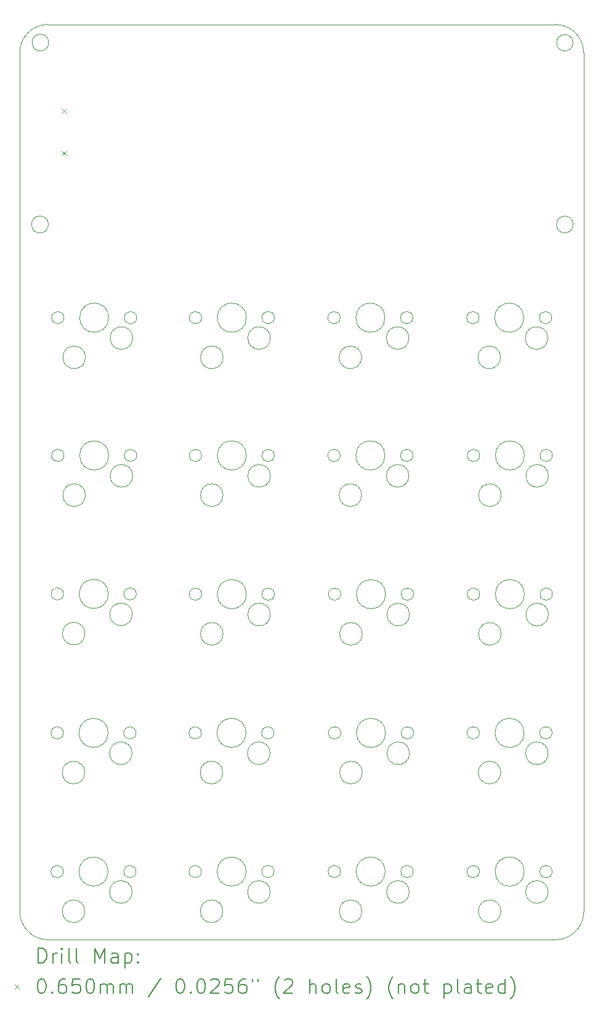
<source format=gbr>
%TF.GenerationSoftware,KiCad,Pcbnew,8.0.7-8.0.7-0~ubuntu22.04.1*%
%TF.CreationDate,2024-12-28T00:36:34+00:00*%
%TF.ProjectId,numcalcium,6e756d63-616c-4636-9975-6d2e6b696361,rev?*%
%TF.SameCoordinates,Original*%
%TF.FileFunction,Drillmap*%
%TF.FilePolarity,Positive*%
%FSLAX45Y45*%
G04 Gerber Fmt 4.5, Leading zero omitted, Abs format (unit mm)*
G04 Created by KiCad (PCBNEW 8.0.7-8.0.7-0~ubuntu22.04.1) date 2024-12-28 00:36:34*
%MOMM*%
%LPD*%
G01*
G04 APERTURE LIST*
%ADD10C,0.100000*%
%ADD11C,0.200000*%
G04 APERTURE END LIST*
D10*
X-5849Y-8835733D02*
X-7821Y2960812D01*
X7360151Y-9221988D02*
X380407Y-9221988D01*
X7358179Y3347067D02*
X378434Y3347067D01*
X390020Y3098975D02*
G75*
G02*
X161189Y3098975I-114416J0D01*
G01*
X161189Y3098975D02*
G75*
G02*
X390020Y3098975I114416J0D01*
G01*
X7600410Y600190D02*
G75*
G02*
X7370735Y600190I-114837J0D01*
G01*
X7370735Y600190D02*
G75*
G02*
X7600410Y600190I114837J0D01*
G01*
X7746407Y-8835733D02*
G75*
G02*
X7360151Y-9221987I-386267J13D01*
G01*
X-7821Y2960812D02*
G75*
G02*
X378434Y3347067I386255J0D01*
G01*
X7358179Y3347067D02*
G75*
G02*
X7744437Y2960812I-9J-386267D01*
G01*
X7598171Y3095949D02*
G75*
G02*
X7373519Y3095949I-112326J0D01*
G01*
X7373519Y3095949D02*
G75*
G02*
X7598171Y3095949I112326J0D01*
G01*
X7744434Y2960812D02*
X7746407Y-8835733D01*
X387216Y600536D02*
G75*
G02*
X154334Y600536I-116441J0D01*
G01*
X154334Y600536D02*
G75*
G02*
X387216Y600536I116441J0D01*
G01*
X380407Y-9221988D02*
G75*
G02*
X-5849Y-8835733I0J386256D01*
G01*
X592179Y-8286388D02*
G75*
G02*
X422179Y-8286388I-85000J0D01*
G01*
X422179Y-8286388D02*
G75*
G02*
X592179Y-8286388I85000J0D01*
G01*
X887179Y-8831388D02*
G75*
G02*
X577179Y-8831388I-155000J0D01*
G01*
X577179Y-8831388D02*
G75*
G02*
X887179Y-8831388I155000J0D01*
G01*
X1207179Y-8286388D02*
G75*
G02*
X807179Y-8286388I-200000J0D01*
G01*
X807179Y-8286388D02*
G75*
G02*
X1207179Y-8286388I200000J0D01*
G01*
X1537179Y-8566388D02*
G75*
G02*
X1227179Y-8566388I-155000J0D01*
G01*
X1227179Y-8566388D02*
G75*
G02*
X1537179Y-8566388I155000J0D01*
G01*
X1592179Y-8286388D02*
G75*
G02*
X1422179Y-8286388I-85000J0D01*
G01*
X1422179Y-8286388D02*
G75*
G02*
X1592179Y-8286388I85000J0D01*
G01*
X6312579Y-8286388D02*
G75*
G02*
X6142579Y-8286388I-85000J0D01*
G01*
X6142579Y-8286388D02*
G75*
G02*
X6312579Y-8286388I85000J0D01*
G01*
X6607579Y-8831388D02*
G75*
G02*
X6297579Y-8831388I-155000J0D01*
G01*
X6297579Y-8831388D02*
G75*
G02*
X6607579Y-8831388I155000J0D01*
G01*
X6927579Y-8286388D02*
G75*
G02*
X6527579Y-8286388I-200000J0D01*
G01*
X6527579Y-8286388D02*
G75*
G02*
X6927579Y-8286388I200000J0D01*
G01*
X7257579Y-8566388D02*
G75*
G02*
X6947579Y-8566388I-155000J0D01*
G01*
X6947579Y-8566388D02*
G75*
G02*
X7257579Y-8566388I155000J0D01*
G01*
X7312579Y-8286388D02*
G75*
G02*
X7142579Y-8286388I-85000J0D01*
G01*
X7142579Y-8286388D02*
G75*
G02*
X7312579Y-8286388I85000J0D01*
G01*
X600879Y-2571388D02*
G75*
G02*
X430879Y-2571388I-85000J0D01*
G01*
X430879Y-2571388D02*
G75*
G02*
X600879Y-2571388I85000J0D01*
G01*
X895879Y-3116388D02*
G75*
G02*
X585879Y-3116388I-155000J0D01*
G01*
X585879Y-3116388D02*
G75*
G02*
X895879Y-3116388I155000J0D01*
G01*
X1215879Y-2571388D02*
G75*
G02*
X815879Y-2571388I-200000J0D01*
G01*
X815879Y-2571388D02*
G75*
G02*
X1215879Y-2571388I200000J0D01*
G01*
X1545879Y-2851388D02*
G75*
G02*
X1235879Y-2851388I-155000J0D01*
G01*
X1235879Y-2851388D02*
G75*
G02*
X1545879Y-2851388I155000J0D01*
G01*
X1600879Y-2571388D02*
G75*
G02*
X1430879Y-2571388I-85000J0D01*
G01*
X1430879Y-2571388D02*
G75*
G02*
X1600879Y-2571388I85000J0D01*
G01*
X6307179Y-679088D02*
G75*
G02*
X6137179Y-679088I-85000J0D01*
G01*
X6137179Y-679088D02*
G75*
G02*
X6307179Y-679088I85000J0D01*
G01*
X6602179Y-1224088D02*
G75*
G02*
X6292179Y-1224088I-155000J0D01*
G01*
X6292179Y-1224088D02*
G75*
G02*
X6602179Y-1224088I155000J0D01*
G01*
X6922179Y-679088D02*
G75*
G02*
X6522179Y-679088I-200000J0D01*
G01*
X6522179Y-679088D02*
G75*
G02*
X6922179Y-679088I200000J0D01*
G01*
X7252179Y-959088D02*
G75*
G02*
X6942179Y-959088I-155000J0D01*
G01*
X6942179Y-959088D02*
G75*
G02*
X7252179Y-959088I155000J0D01*
G01*
X7307179Y-679088D02*
G75*
G02*
X7137179Y-679088I-85000J0D01*
G01*
X7137179Y-679088D02*
G75*
G02*
X7307179Y-679088I85000J0D01*
G01*
X4402179Y-8286388D02*
G75*
G02*
X4232179Y-8286388I-85000J0D01*
G01*
X4232179Y-8286388D02*
G75*
G02*
X4402179Y-8286388I85000J0D01*
G01*
X4697179Y-8831388D02*
G75*
G02*
X4387179Y-8831388I-155000J0D01*
G01*
X4387179Y-8831388D02*
G75*
G02*
X4697179Y-8831388I155000J0D01*
G01*
X5017179Y-8286388D02*
G75*
G02*
X4617179Y-8286388I-200000J0D01*
G01*
X4617179Y-8286388D02*
G75*
G02*
X5017179Y-8286388I200000J0D01*
G01*
X5347179Y-8566388D02*
G75*
G02*
X5037179Y-8566388I-155000J0D01*
G01*
X5037179Y-8566388D02*
G75*
G02*
X5347179Y-8566388I155000J0D01*
G01*
X5402179Y-8286388D02*
G75*
G02*
X5232179Y-8286388I-85000J0D01*
G01*
X5232179Y-8286388D02*
G75*
G02*
X5402179Y-8286388I85000J0D01*
G01*
X4398179Y-679088D02*
G75*
G02*
X4228179Y-679088I-85000J0D01*
G01*
X4228179Y-679088D02*
G75*
G02*
X4398179Y-679088I85000J0D01*
G01*
X4693179Y-1224088D02*
G75*
G02*
X4383179Y-1224088I-155000J0D01*
G01*
X4383179Y-1224088D02*
G75*
G02*
X4693179Y-1224088I155000J0D01*
G01*
X5013179Y-679088D02*
G75*
G02*
X4613179Y-679088I-200000J0D01*
G01*
X4613179Y-679088D02*
G75*
G02*
X5013179Y-679088I200000J0D01*
G01*
X5343179Y-959088D02*
G75*
G02*
X5033179Y-959088I-155000J0D01*
G01*
X5033179Y-959088D02*
G75*
G02*
X5343179Y-959088I155000J0D01*
G01*
X5398179Y-679088D02*
G75*
G02*
X5228179Y-679088I-85000J0D01*
G01*
X5228179Y-679088D02*
G75*
G02*
X5398179Y-679088I85000J0D01*
G01*
X6311379Y-6381288D02*
G75*
G02*
X6141379Y-6381288I-85000J0D01*
G01*
X6141379Y-6381288D02*
G75*
G02*
X6311379Y-6381288I85000J0D01*
G01*
X6606379Y-6926288D02*
G75*
G02*
X6296379Y-6926288I-155000J0D01*
G01*
X6296379Y-6926288D02*
G75*
G02*
X6606379Y-6926288I155000J0D01*
G01*
X6926379Y-6381288D02*
G75*
G02*
X6526379Y-6381288I-200000J0D01*
G01*
X6526379Y-6381288D02*
G75*
G02*
X6926379Y-6381288I200000J0D01*
G01*
X7256379Y-6661288D02*
G75*
G02*
X6946379Y-6661288I-155000J0D01*
G01*
X6946379Y-6661288D02*
G75*
G02*
X7256379Y-6661288I155000J0D01*
G01*
X7311379Y-6381288D02*
G75*
G02*
X7141379Y-6381288I-85000J0D01*
G01*
X7141379Y-6381288D02*
G75*
G02*
X7311379Y-6381288I85000J0D01*
G01*
X4398179Y-2571388D02*
G75*
G02*
X4228179Y-2571388I-85000J0D01*
G01*
X4228179Y-2571388D02*
G75*
G02*
X4398179Y-2571388I85000J0D01*
G01*
X4693179Y-3116388D02*
G75*
G02*
X4383179Y-3116388I-155000J0D01*
G01*
X4383179Y-3116388D02*
G75*
G02*
X4693179Y-3116388I155000J0D01*
G01*
X5013179Y-2571388D02*
G75*
G02*
X4613179Y-2571388I-200000J0D01*
G01*
X4613179Y-2571388D02*
G75*
G02*
X5013179Y-2571388I200000J0D01*
G01*
X5343179Y-2851388D02*
G75*
G02*
X5033179Y-2851388I-155000J0D01*
G01*
X5033179Y-2851388D02*
G75*
G02*
X5343179Y-2851388I155000J0D01*
G01*
X5398179Y-2571388D02*
G75*
G02*
X5228179Y-2571388I-85000J0D01*
G01*
X5228179Y-2571388D02*
G75*
G02*
X5398179Y-2571388I85000J0D01*
G01*
X2493179Y-4476288D02*
G75*
G02*
X2323179Y-4476288I-85000J0D01*
G01*
X2323179Y-4476288D02*
G75*
G02*
X2493179Y-4476288I85000J0D01*
G01*
X2788179Y-5021288D02*
G75*
G02*
X2478179Y-5021288I-155000J0D01*
G01*
X2478179Y-5021288D02*
G75*
G02*
X2788179Y-5021288I155000J0D01*
G01*
X3108179Y-4476288D02*
G75*
G02*
X2708179Y-4476288I-200000J0D01*
G01*
X2708179Y-4476288D02*
G75*
G02*
X3108179Y-4476288I200000J0D01*
G01*
X3438179Y-4756288D02*
G75*
G02*
X3128179Y-4756288I-155000J0D01*
G01*
X3128179Y-4756288D02*
G75*
G02*
X3438179Y-4756288I155000J0D01*
G01*
X3493179Y-4476288D02*
G75*
G02*
X3323179Y-4476288I-85000J0D01*
G01*
X3323179Y-4476288D02*
G75*
G02*
X3493179Y-4476288I85000J0D01*
G01*
X2493179Y-2571388D02*
G75*
G02*
X2323179Y-2571388I-85000J0D01*
G01*
X2323179Y-2571388D02*
G75*
G02*
X2493179Y-2571388I85000J0D01*
G01*
X2788179Y-3116388D02*
G75*
G02*
X2478179Y-3116388I-155000J0D01*
G01*
X2478179Y-3116388D02*
G75*
G02*
X2788179Y-3116388I155000J0D01*
G01*
X3108179Y-2571388D02*
G75*
G02*
X2708179Y-2571388I-200000J0D01*
G01*
X2708179Y-2571388D02*
G75*
G02*
X3108179Y-2571388I200000J0D01*
G01*
X3438179Y-2851388D02*
G75*
G02*
X3128179Y-2851388I-155000J0D01*
G01*
X3128179Y-2851388D02*
G75*
G02*
X3438179Y-2851388I155000J0D01*
G01*
X3493179Y-2571388D02*
G75*
G02*
X3323179Y-2571388I-85000J0D01*
G01*
X3323179Y-2571388D02*
G75*
G02*
X3493179Y-2571388I85000J0D01*
G01*
X4406379Y-4476288D02*
G75*
G02*
X4236379Y-4476288I-85000J0D01*
G01*
X4236379Y-4476288D02*
G75*
G02*
X4406379Y-4476288I85000J0D01*
G01*
X4701379Y-5021288D02*
G75*
G02*
X4391379Y-5021288I-155000J0D01*
G01*
X4391379Y-5021288D02*
G75*
G02*
X4701379Y-5021288I155000J0D01*
G01*
X5021379Y-4476288D02*
G75*
G02*
X4621379Y-4476288I-200000J0D01*
G01*
X4621379Y-4476288D02*
G75*
G02*
X5021379Y-4476288I200000J0D01*
G01*
X5351379Y-4756288D02*
G75*
G02*
X5041379Y-4756288I-155000J0D01*
G01*
X5041379Y-4756288D02*
G75*
G02*
X5351379Y-4756288I155000J0D01*
G01*
X5406379Y-4476288D02*
G75*
G02*
X5236379Y-4476288I-85000J0D01*
G01*
X5236379Y-4476288D02*
G75*
G02*
X5406379Y-4476288I85000J0D01*
G01*
X2489879Y-8286388D02*
G75*
G02*
X2319879Y-8286388I-85000J0D01*
G01*
X2319879Y-8286388D02*
G75*
G02*
X2489879Y-8286388I85000J0D01*
G01*
X2784879Y-8831388D02*
G75*
G02*
X2474879Y-8831388I-155000J0D01*
G01*
X2474879Y-8831388D02*
G75*
G02*
X2784879Y-8831388I155000J0D01*
G01*
X3104879Y-8286388D02*
G75*
G02*
X2704879Y-8286388I-200000J0D01*
G01*
X2704879Y-8286388D02*
G75*
G02*
X3104879Y-8286388I200000J0D01*
G01*
X3434879Y-8566388D02*
G75*
G02*
X3124879Y-8566388I-155000J0D01*
G01*
X3124879Y-8566388D02*
G75*
G02*
X3434879Y-8566388I155000J0D01*
G01*
X3489879Y-8286388D02*
G75*
G02*
X3319879Y-8286388I-85000J0D01*
G01*
X3319879Y-8286388D02*
G75*
G02*
X3489879Y-8286388I85000J0D01*
G01*
X6315879Y-2571388D02*
G75*
G02*
X6145879Y-2571388I-85000J0D01*
G01*
X6145879Y-2571388D02*
G75*
G02*
X6315879Y-2571388I85000J0D01*
G01*
X6610879Y-3116388D02*
G75*
G02*
X6300879Y-3116388I-155000J0D01*
G01*
X6300879Y-3116388D02*
G75*
G02*
X6610879Y-3116388I155000J0D01*
G01*
X6930879Y-2571388D02*
G75*
G02*
X6530879Y-2571388I-200000J0D01*
G01*
X6530879Y-2571388D02*
G75*
G02*
X6930879Y-2571388I200000J0D01*
G01*
X7260879Y-2851388D02*
G75*
G02*
X6950879Y-2851388I-155000J0D01*
G01*
X6950879Y-2851388D02*
G75*
G02*
X7260879Y-2851388I155000J0D01*
G01*
X7315879Y-2571388D02*
G75*
G02*
X7145879Y-2571388I-85000J0D01*
G01*
X7145879Y-2571388D02*
G75*
G02*
X7315879Y-2571388I85000J0D01*
G01*
X600879Y-679088D02*
G75*
G02*
X430879Y-679088I-85000J0D01*
G01*
X430879Y-679088D02*
G75*
G02*
X600879Y-679088I85000J0D01*
G01*
X895879Y-1224088D02*
G75*
G02*
X585879Y-1224088I-155000J0D01*
G01*
X585879Y-1224088D02*
G75*
G02*
X895879Y-1224088I155000J0D01*
G01*
X1215879Y-679088D02*
G75*
G02*
X815879Y-679088I-200000J0D01*
G01*
X815879Y-679088D02*
G75*
G02*
X1215879Y-679088I200000J0D01*
G01*
X1545879Y-959088D02*
G75*
G02*
X1235879Y-959088I-155000J0D01*
G01*
X1235879Y-959088D02*
G75*
G02*
X1545879Y-959088I155000J0D01*
G01*
X1600879Y-679088D02*
G75*
G02*
X1430879Y-679088I-85000J0D01*
G01*
X1430879Y-679088D02*
G75*
G02*
X1600879Y-679088I85000J0D01*
G01*
X2493179Y-679088D02*
G75*
G02*
X2323179Y-679088I-85000J0D01*
G01*
X2323179Y-679088D02*
G75*
G02*
X2493179Y-679088I85000J0D01*
G01*
X2788179Y-1224088D02*
G75*
G02*
X2478179Y-1224088I-155000J0D01*
G01*
X2478179Y-1224088D02*
G75*
G02*
X2788179Y-1224088I155000J0D01*
G01*
X3108179Y-679088D02*
G75*
G02*
X2708179Y-679088I-200000J0D01*
G01*
X2708179Y-679088D02*
G75*
G02*
X3108179Y-679088I200000J0D01*
G01*
X3438179Y-959088D02*
G75*
G02*
X3128179Y-959088I-155000J0D01*
G01*
X3128179Y-959088D02*
G75*
G02*
X3438179Y-959088I155000J0D01*
G01*
X3493179Y-679088D02*
G75*
G02*
X3323179Y-679088I-85000J0D01*
G01*
X3323179Y-679088D02*
G75*
G02*
X3493179Y-679088I85000J0D01*
G01*
X594879Y-4472888D02*
G75*
G02*
X424879Y-4472888I-85000J0D01*
G01*
X424879Y-4472888D02*
G75*
G02*
X594879Y-4472888I85000J0D01*
G01*
X889879Y-5017888D02*
G75*
G02*
X579879Y-5017888I-155000J0D01*
G01*
X579879Y-5017888D02*
G75*
G02*
X889879Y-5017888I155000J0D01*
G01*
X1209879Y-4472888D02*
G75*
G02*
X809879Y-4472888I-200000J0D01*
G01*
X809879Y-4472888D02*
G75*
G02*
X1209879Y-4472888I200000J0D01*
G01*
X1539879Y-4752888D02*
G75*
G02*
X1229879Y-4752888I-155000J0D01*
G01*
X1229879Y-4752888D02*
G75*
G02*
X1539879Y-4752888I155000J0D01*
G01*
X1594879Y-4472888D02*
G75*
G02*
X1424879Y-4472888I-85000J0D01*
G01*
X1424879Y-4472888D02*
G75*
G02*
X1594879Y-4472888I85000J0D01*
G01*
X6315879Y-4476388D02*
G75*
G02*
X6145879Y-4476388I-85000J0D01*
G01*
X6145879Y-4476388D02*
G75*
G02*
X6315879Y-4476388I85000J0D01*
G01*
X6610879Y-5021388D02*
G75*
G02*
X6300879Y-5021388I-155000J0D01*
G01*
X6300879Y-5021388D02*
G75*
G02*
X6610879Y-5021388I155000J0D01*
G01*
X6930879Y-4476388D02*
G75*
G02*
X6530879Y-4476388I-200000J0D01*
G01*
X6530879Y-4476388D02*
G75*
G02*
X6930879Y-4476388I200000J0D01*
G01*
X7260879Y-4756388D02*
G75*
G02*
X6950879Y-4756388I-155000J0D01*
G01*
X6950879Y-4756388D02*
G75*
G02*
X7260879Y-4756388I155000J0D01*
G01*
X7315879Y-4476388D02*
G75*
G02*
X7145879Y-4476388I-85000J0D01*
G01*
X7145879Y-4476388D02*
G75*
G02*
X7315879Y-4476388I85000J0D01*
G01*
X592179Y-6381388D02*
G75*
G02*
X422179Y-6381388I-85000J0D01*
G01*
X422179Y-6381388D02*
G75*
G02*
X592179Y-6381388I85000J0D01*
G01*
X887179Y-6926388D02*
G75*
G02*
X577179Y-6926388I-155000J0D01*
G01*
X577179Y-6926388D02*
G75*
G02*
X887179Y-6926388I155000J0D01*
G01*
X1207179Y-6381388D02*
G75*
G02*
X807179Y-6381388I-200000J0D01*
G01*
X807179Y-6381388D02*
G75*
G02*
X1207179Y-6381388I200000J0D01*
G01*
X1537179Y-6661388D02*
G75*
G02*
X1227179Y-6661388I-155000J0D01*
G01*
X1227179Y-6661388D02*
G75*
G02*
X1537179Y-6661388I155000J0D01*
G01*
X1592179Y-6381388D02*
G75*
G02*
X1422179Y-6381388I-85000J0D01*
G01*
X1422179Y-6381388D02*
G75*
G02*
X1592179Y-6381388I85000J0D01*
G01*
X4406379Y-6381288D02*
G75*
G02*
X4236379Y-6381288I-85000J0D01*
G01*
X4236379Y-6381288D02*
G75*
G02*
X4406379Y-6381288I85000J0D01*
G01*
X4701379Y-6926288D02*
G75*
G02*
X4391379Y-6926288I-155000J0D01*
G01*
X4391379Y-6926288D02*
G75*
G02*
X4701379Y-6926288I155000J0D01*
G01*
X5021379Y-6381288D02*
G75*
G02*
X4621379Y-6381288I-200000J0D01*
G01*
X4621379Y-6381288D02*
G75*
G02*
X5021379Y-6381288I200000J0D01*
G01*
X5351379Y-6661288D02*
G75*
G02*
X5041379Y-6661288I-155000J0D01*
G01*
X5041379Y-6661288D02*
G75*
G02*
X5351379Y-6661288I155000J0D01*
G01*
X5406379Y-6381288D02*
G75*
G02*
X5236379Y-6381288I-85000J0D01*
G01*
X5236379Y-6381288D02*
G75*
G02*
X5406379Y-6381288I85000J0D01*
G01*
X2488679Y-6381288D02*
G75*
G02*
X2318679Y-6381288I-85000J0D01*
G01*
X2318679Y-6381288D02*
G75*
G02*
X2488679Y-6381288I85000J0D01*
G01*
X2783679Y-6926288D02*
G75*
G02*
X2473679Y-6926288I-155000J0D01*
G01*
X2473679Y-6926288D02*
G75*
G02*
X2783679Y-6926288I155000J0D01*
G01*
X3103679Y-6381288D02*
G75*
G02*
X2703679Y-6381288I-200000J0D01*
G01*
X2703679Y-6381288D02*
G75*
G02*
X3103679Y-6381288I200000J0D01*
G01*
X3433679Y-6661288D02*
G75*
G02*
X3123679Y-6661288I-155000J0D01*
G01*
X3123679Y-6661288D02*
G75*
G02*
X3433679Y-6661288I155000J0D01*
G01*
X3488679Y-6381288D02*
G75*
G02*
X3318679Y-6381288I-85000J0D01*
G01*
X3318679Y-6381288D02*
G75*
G02*
X3488679Y-6381288I85000J0D01*
G01*
D11*
D10*
X570079Y2189912D02*
X635079Y2124912D01*
X635079Y2189912D02*
X570079Y2124912D01*
X570079Y1611912D02*
X635079Y1546912D01*
X635079Y1611912D02*
X570079Y1546912D01*
D11*
X247956Y-9538472D02*
X247956Y-9338472D01*
X247956Y-9338472D02*
X295575Y-9338472D01*
X295575Y-9338472D02*
X324146Y-9347996D01*
X324146Y-9347996D02*
X343194Y-9367043D01*
X343194Y-9367043D02*
X352718Y-9386091D01*
X352718Y-9386091D02*
X362241Y-9424186D01*
X362241Y-9424186D02*
X362241Y-9452758D01*
X362241Y-9452758D02*
X352718Y-9490853D01*
X352718Y-9490853D02*
X343194Y-9509900D01*
X343194Y-9509900D02*
X324146Y-9528948D01*
X324146Y-9528948D02*
X295575Y-9538472D01*
X295575Y-9538472D02*
X247956Y-9538472D01*
X447956Y-9538472D02*
X447956Y-9405138D01*
X447956Y-9443234D02*
X457479Y-9424186D01*
X457479Y-9424186D02*
X467003Y-9414662D01*
X467003Y-9414662D02*
X486051Y-9405138D01*
X486051Y-9405138D02*
X505099Y-9405138D01*
X571765Y-9538472D02*
X571765Y-9405138D01*
X571765Y-9338472D02*
X562241Y-9347996D01*
X562241Y-9347996D02*
X571765Y-9357519D01*
X571765Y-9357519D02*
X581289Y-9347996D01*
X581289Y-9347996D02*
X571765Y-9338472D01*
X571765Y-9338472D02*
X571765Y-9357519D01*
X695575Y-9538472D02*
X676527Y-9528948D01*
X676527Y-9528948D02*
X667003Y-9509900D01*
X667003Y-9509900D02*
X667003Y-9338472D01*
X800337Y-9538472D02*
X781289Y-9528948D01*
X781289Y-9528948D02*
X771765Y-9509900D01*
X771765Y-9509900D02*
X771765Y-9338472D01*
X1028908Y-9538472D02*
X1028908Y-9338472D01*
X1028908Y-9338472D02*
X1095575Y-9481329D01*
X1095575Y-9481329D02*
X1162241Y-9338472D01*
X1162241Y-9338472D02*
X1162241Y-9538472D01*
X1343194Y-9538472D02*
X1343194Y-9433710D01*
X1343194Y-9433710D02*
X1333670Y-9414662D01*
X1333670Y-9414662D02*
X1314622Y-9405138D01*
X1314622Y-9405138D02*
X1276527Y-9405138D01*
X1276527Y-9405138D02*
X1257480Y-9414662D01*
X1343194Y-9528948D02*
X1324146Y-9538472D01*
X1324146Y-9538472D02*
X1276527Y-9538472D01*
X1276527Y-9538472D02*
X1257480Y-9528948D01*
X1257480Y-9528948D02*
X1247956Y-9509900D01*
X1247956Y-9509900D02*
X1247956Y-9490853D01*
X1247956Y-9490853D02*
X1257480Y-9471805D01*
X1257480Y-9471805D02*
X1276527Y-9462281D01*
X1276527Y-9462281D02*
X1324146Y-9462281D01*
X1324146Y-9462281D02*
X1343194Y-9452758D01*
X1438432Y-9405138D02*
X1438432Y-9605138D01*
X1438432Y-9414662D02*
X1457479Y-9405138D01*
X1457479Y-9405138D02*
X1495575Y-9405138D01*
X1495575Y-9405138D02*
X1514622Y-9414662D01*
X1514622Y-9414662D02*
X1524146Y-9424186D01*
X1524146Y-9424186D02*
X1533670Y-9443234D01*
X1533670Y-9443234D02*
X1533670Y-9500377D01*
X1533670Y-9500377D02*
X1524146Y-9519424D01*
X1524146Y-9519424D02*
X1514622Y-9528948D01*
X1514622Y-9528948D02*
X1495575Y-9538472D01*
X1495575Y-9538472D02*
X1457479Y-9538472D01*
X1457479Y-9538472D02*
X1438432Y-9528948D01*
X1619384Y-9519424D02*
X1628908Y-9528948D01*
X1628908Y-9528948D02*
X1619384Y-9538472D01*
X1619384Y-9538472D02*
X1609860Y-9528948D01*
X1609860Y-9528948D02*
X1619384Y-9519424D01*
X1619384Y-9519424D02*
X1619384Y-9538472D01*
X1619384Y-9414662D02*
X1628908Y-9424186D01*
X1628908Y-9424186D02*
X1619384Y-9433710D01*
X1619384Y-9433710D02*
X1609860Y-9424186D01*
X1609860Y-9424186D02*
X1619384Y-9414662D01*
X1619384Y-9414662D02*
X1619384Y-9433710D01*
D10*
X-77821Y-9834488D02*
X-12821Y-9899488D01*
X-12821Y-9834488D02*
X-77821Y-9899488D01*
D11*
X286051Y-9758472D02*
X305099Y-9758472D01*
X305099Y-9758472D02*
X324146Y-9767996D01*
X324146Y-9767996D02*
X333670Y-9777519D01*
X333670Y-9777519D02*
X343194Y-9796567D01*
X343194Y-9796567D02*
X352718Y-9834662D01*
X352718Y-9834662D02*
X352718Y-9882281D01*
X352718Y-9882281D02*
X343194Y-9920377D01*
X343194Y-9920377D02*
X333670Y-9939424D01*
X333670Y-9939424D02*
X324146Y-9948948D01*
X324146Y-9948948D02*
X305099Y-9958472D01*
X305099Y-9958472D02*
X286051Y-9958472D01*
X286051Y-9958472D02*
X267003Y-9948948D01*
X267003Y-9948948D02*
X257479Y-9939424D01*
X257479Y-9939424D02*
X247956Y-9920377D01*
X247956Y-9920377D02*
X238432Y-9882281D01*
X238432Y-9882281D02*
X238432Y-9834662D01*
X238432Y-9834662D02*
X247956Y-9796567D01*
X247956Y-9796567D02*
X257479Y-9777519D01*
X257479Y-9777519D02*
X267003Y-9767996D01*
X267003Y-9767996D02*
X286051Y-9758472D01*
X438432Y-9939424D02*
X447956Y-9948948D01*
X447956Y-9948948D02*
X438432Y-9958472D01*
X438432Y-9958472D02*
X428908Y-9948948D01*
X428908Y-9948948D02*
X438432Y-9939424D01*
X438432Y-9939424D02*
X438432Y-9958472D01*
X619384Y-9758472D02*
X581289Y-9758472D01*
X581289Y-9758472D02*
X562241Y-9767996D01*
X562241Y-9767996D02*
X552718Y-9777519D01*
X552718Y-9777519D02*
X533670Y-9806091D01*
X533670Y-9806091D02*
X524146Y-9844186D01*
X524146Y-9844186D02*
X524146Y-9920377D01*
X524146Y-9920377D02*
X533670Y-9939424D01*
X533670Y-9939424D02*
X543194Y-9948948D01*
X543194Y-9948948D02*
X562241Y-9958472D01*
X562241Y-9958472D02*
X600337Y-9958472D01*
X600337Y-9958472D02*
X619384Y-9948948D01*
X619384Y-9948948D02*
X628908Y-9939424D01*
X628908Y-9939424D02*
X638432Y-9920377D01*
X638432Y-9920377D02*
X638432Y-9872758D01*
X638432Y-9872758D02*
X628908Y-9853710D01*
X628908Y-9853710D02*
X619384Y-9844186D01*
X619384Y-9844186D02*
X600337Y-9834662D01*
X600337Y-9834662D02*
X562241Y-9834662D01*
X562241Y-9834662D02*
X543194Y-9844186D01*
X543194Y-9844186D02*
X533670Y-9853710D01*
X533670Y-9853710D02*
X524146Y-9872758D01*
X819384Y-9758472D02*
X724146Y-9758472D01*
X724146Y-9758472D02*
X714622Y-9853710D01*
X714622Y-9853710D02*
X724146Y-9844186D01*
X724146Y-9844186D02*
X743194Y-9834662D01*
X743194Y-9834662D02*
X790813Y-9834662D01*
X790813Y-9834662D02*
X809860Y-9844186D01*
X809860Y-9844186D02*
X819384Y-9853710D01*
X819384Y-9853710D02*
X828908Y-9872758D01*
X828908Y-9872758D02*
X828908Y-9920377D01*
X828908Y-9920377D02*
X819384Y-9939424D01*
X819384Y-9939424D02*
X809860Y-9948948D01*
X809860Y-9948948D02*
X790813Y-9958472D01*
X790813Y-9958472D02*
X743194Y-9958472D01*
X743194Y-9958472D02*
X724146Y-9948948D01*
X724146Y-9948948D02*
X714622Y-9939424D01*
X952718Y-9758472D02*
X971765Y-9758472D01*
X971765Y-9758472D02*
X990813Y-9767996D01*
X990813Y-9767996D02*
X1000337Y-9777519D01*
X1000337Y-9777519D02*
X1009860Y-9796567D01*
X1009860Y-9796567D02*
X1019384Y-9834662D01*
X1019384Y-9834662D02*
X1019384Y-9882281D01*
X1019384Y-9882281D02*
X1009860Y-9920377D01*
X1009860Y-9920377D02*
X1000337Y-9939424D01*
X1000337Y-9939424D02*
X990813Y-9948948D01*
X990813Y-9948948D02*
X971765Y-9958472D01*
X971765Y-9958472D02*
X952718Y-9958472D01*
X952718Y-9958472D02*
X933670Y-9948948D01*
X933670Y-9948948D02*
X924146Y-9939424D01*
X924146Y-9939424D02*
X914622Y-9920377D01*
X914622Y-9920377D02*
X905099Y-9882281D01*
X905099Y-9882281D02*
X905099Y-9834662D01*
X905099Y-9834662D02*
X914622Y-9796567D01*
X914622Y-9796567D02*
X924146Y-9777519D01*
X924146Y-9777519D02*
X933670Y-9767996D01*
X933670Y-9767996D02*
X952718Y-9758472D01*
X1105099Y-9958472D02*
X1105099Y-9825138D01*
X1105099Y-9844186D02*
X1114622Y-9834662D01*
X1114622Y-9834662D02*
X1133670Y-9825138D01*
X1133670Y-9825138D02*
X1162242Y-9825138D01*
X1162242Y-9825138D02*
X1181289Y-9834662D01*
X1181289Y-9834662D02*
X1190813Y-9853710D01*
X1190813Y-9853710D02*
X1190813Y-9958472D01*
X1190813Y-9853710D02*
X1200337Y-9834662D01*
X1200337Y-9834662D02*
X1219384Y-9825138D01*
X1219384Y-9825138D02*
X1247956Y-9825138D01*
X1247956Y-9825138D02*
X1267003Y-9834662D01*
X1267003Y-9834662D02*
X1276527Y-9853710D01*
X1276527Y-9853710D02*
X1276527Y-9958472D01*
X1371765Y-9958472D02*
X1371765Y-9825138D01*
X1371765Y-9844186D02*
X1381289Y-9834662D01*
X1381289Y-9834662D02*
X1400337Y-9825138D01*
X1400337Y-9825138D02*
X1428908Y-9825138D01*
X1428908Y-9825138D02*
X1447956Y-9834662D01*
X1447956Y-9834662D02*
X1457480Y-9853710D01*
X1457480Y-9853710D02*
X1457480Y-9958472D01*
X1457480Y-9853710D02*
X1467003Y-9834662D01*
X1467003Y-9834662D02*
X1486051Y-9825138D01*
X1486051Y-9825138D02*
X1514622Y-9825138D01*
X1514622Y-9825138D02*
X1533670Y-9834662D01*
X1533670Y-9834662D02*
X1543194Y-9853710D01*
X1543194Y-9853710D02*
X1543194Y-9958472D01*
X1933670Y-9748948D02*
X1762242Y-10006091D01*
X2190813Y-9758472D02*
X2209861Y-9758472D01*
X2209861Y-9758472D02*
X2228908Y-9767996D01*
X2228908Y-9767996D02*
X2238432Y-9777519D01*
X2238432Y-9777519D02*
X2247956Y-9796567D01*
X2247956Y-9796567D02*
X2257480Y-9834662D01*
X2257480Y-9834662D02*
X2257480Y-9882281D01*
X2257480Y-9882281D02*
X2247956Y-9920377D01*
X2247956Y-9920377D02*
X2238432Y-9939424D01*
X2238432Y-9939424D02*
X2228908Y-9948948D01*
X2228908Y-9948948D02*
X2209861Y-9958472D01*
X2209861Y-9958472D02*
X2190813Y-9958472D01*
X2190813Y-9958472D02*
X2171765Y-9948948D01*
X2171765Y-9948948D02*
X2162242Y-9939424D01*
X2162242Y-9939424D02*
X2152718Y-9920377D01*
X2152718Y-9920377D02*
X2143194Y-9882281D01*
X2143194Y-9882281D02*
X2143194Y-9834662D01*
X2143194Y-9834662D02*
X2152718Y-9796567D01*
X2152718Y-9796567D02*
X2162242Y-9777519D01*
X2162242Y-9777519D02*
X2171765Y-9767996D01*
X2171765Y-9767996D02*
X2190813Y-9758472D01*
X2343194Y-9939424D02*
X2352718Y-9948948D01*
X2352718Y-9948948D02*
X2343194Y-9958472D01*
X2343194Y-9958472D02*
X2333670Y-9948948D01*
X2333670Y-9948948D02*
X2343194Y-9939424D01*
X2343194Y-9939424D02*
X2343194Y-9958472D01*
X2476527Y-9758472D02*
X2495575Y-9758472D01*
X2495575Y-9758472D02*
X2514623Y-9767996D01*
X2514623Y-9767996D02*
X2524146Y-9777519D01*
X2524146Y-9777519D02*
X2533670Y-9796567D01*
X2533670Y-9796567D02*
X2543194Y-9834662D01*
X2543194Y-9834662D02*
X2543194Y-9882281D01*
X2543194Y-9882281D02*
X2533670Y-9920377D01*
X2533670Y-9920377D02*
X2524146Y-9939424D01*
X2524146Y-9939424D02*
X2514623Y-9948948D01*
X2514623Y-9948948D02*
X2495575Y-9958472D01*
X2495575Y-9958472D02*
X2476527Y-9958472D01*
X2476527Y-9958472D02*
X2457480Y-9948948D01*
X2457480Y-9948948D02*
X2447956Y-9939424D01*
X2447956Y-9939424D02*
X2438432Y-9920377D01*
X2438432Y-9920377D02*
X2428908Y-9882281D01*
X2428908Y-9882281D02*
X2428908Y-9834662D01*
X2428908Y-9834662D02*
X2438432Y-9796567D01*
X2438432Y-9796567D02*
X2447956Y-9777519D01*
X2447956Y-9777519D02*
X2457480Y-9767996D01*
X2457480Y-9767996D02*
X2476527Y-9758472D01*
X2619385Y-9777519D02*
X2628908Y-9767996D01*
X2628908Y-9767996D02*
X2647956Y-9758472D01*
X2647956Y-9758472D02*
X2695575Y-9758472D01*
X2695575Y-9758472D02*
X2714623Y-9767996D01*
X2714623Y-9767996D02*
X2724146Y-9777519D01*
X2724146Y-9777519D02*
X2733670Y-9796567D01*
X2733670Y-9796567D02*
X2733670Y-9815615D01*
X2733670Y-9815615D02*
X2724146Y-9844186D01*
X2724146Y-9844186D02*
X2609861Y-9958472D01*
X2609861Y-9958472D02*
X2733670Y-9958472D01*
X2914623Y-9758472D02*
X2819384Y-9758472D01*
X2819384Y-9758472D02*
X2809861Y-9853710D01*
X2809861Y-9853710D02*
X2819384Y-9844186D01*
X2819384Y-9844186D02*
X2838432Y-9834662D01*
X2838432Y-9834662D02*
X2886051Y-9834662D01*
X2886051Y-9834662D02*
X2905099Y-9844186D01*
X2905099Y-9844186D02*
X2914623Y-9853710D01*
X2914623Y-9853710D02*
X2924146Y-9872758D01*
X2924146Y-9872758D02*
X2924146Y-9920377D01*
X2924146Y-9920377D02*
X2914623Y-9939424D01*
X2914623Y-9939424D02*
X2905099Y-9948948D01*
X2905099Y-9948948D02*
X2886051Y-9958472D01*
X2886051Y-9958472D02*
X2838432Y-9958472D01*
X2838432Y-9958472D02*
X2819384Y-9948948D01*
X2819384Y-9948948D02*
X2809861Y-9939424D01*
X3095575Y-9758472D02*
X3057480Y-9758472D01*
X3057480Y-9758472D02*
X3038432Y-9767996D01*
X3038432Y-9767996D02*
X3028908Y-9777519D01*
X3028908Y-9777519D02*
X3009861Y-9806091D01*
X3009861Y-9806091D02*
X3000337Y-9844186D01*
X3000337Y-9844186D02*
X3000337Y-9920377D01*
X3000337Y-9920377D02*
X3009861Y-9939424D01*
X3009861Y-9939424D02*
X3019384Y-9948948D01*
X3019384Y-9948948D02*
X3038432Y-9958472D01*
X3038432Y-9958472D02*
X3076527Y-9958472D01*
X3076527Y-9958472D02*
X3095575Y-9948948D01*
X3095575Y-9948948D02*
X3105099Y-9939424D01*
X3105099Y-9939424D02*
X3114623Y-9920377D01*
X3114623Y-9920377D02*
X3114623Y-9872758D01*
X3114623Y-9872758D02*
X3105099Y-9853710D01*
X3105099Y-9853710D02*
X3095575Y-9844186D01*
X3095575Y-9844186D02*
X3076527Y-9834662D01*
X3076527Y-9834662D02*
X3038432Y-9834662D01*
X3038432Y-9834662D02*
X3019384Y-9844186D01*
X3019384Y-9844186D02*
X3009861Y-9853710D01*
X3009861Y-9853710D02*
X3000337Y-9872758D01*
X3190813Y-9758472D02*
X3190813Y-9796567D01*
X3267004Y-9758472D02*
X3267004Y-9796567D01*
X3562242Y-10034662D02*
X3552718Y-10025138D01*
X3552718Y-10025138D02*
X3533670Y-9996567D01*
X3533670Y-9996567D02*
X3524146Y-9977519D01*
X3524146Y-9977519D02*
X3514623Y-9948948D01*
X3514623Y-9948948D02*
X3505099Y-9901329D01*
X3505099Y-9901329D02*
X3505099Y-9863234D01*
X3505099Y-9863234D02*
X3514623Y-9815615D01*
X3514623Y-9815615D02*
X3524146Y-9787043D01*
X3524146Y-9787043D02*
X3533670Y-9767996D01*
X3533670Y-9767996D02*
X3552718Y-9739424D01*
X3552718Y-9739424D02*
X3562242Y-9729900D01*
X3628908Y-9777519D02*
X3638432Y-9767996D01*
X3638432Y-9767996D02*
X3657480Y-9758472D01*
X3657480Y-9758472D02*
X3705099Y-9758472D01*
X3705099Y-9758472D02*
X3724146Y-9767996D01*
X3724146Y-9767996D02*
X3733670Y-9777519D01*
X3733670Y-9777519D02*
X3743194Y-9796567D01*
X3743194Y-9796567D02*
X3743194Y-9815615D01*
X3743194Y-9815615D02*
X3733670Y-9844186D01*
X3733670Y-9844186D02*
X3619385Y-9958472D01*
X3619385Y-9958472D02*
X3743194Y-9958472D01*
X3981289Y-9958472D02*
X3981289Y-9758472D01*
X4067004Y-9958472D02*
X4067004Y-9853710D01*
X4067004Y-9853710D02*
X4057480Y-9834662D01*
X4057480Y-9834662D02*
X4038432Y-9825138D01*
X4038432Y-9825138D02*
X4009861Y-9825138D01*
X4009861Y-9825138D02*
X3990813Y-9834662D01*
X3990813Y-9834662D02*
X3981289Y-9844186D01*
X4190813Y-9958472D02*
X4171766Y-9948948D01*
X4171766Y-9948948D02*
X4162242Y-9939424D01*
X4162242Y-9939424D02*
X4152718Y-9920377D01*
X4152718Y-9920377D02*
X4152718Y-9863234D01*
X4152718Y-9863234D02*
X4162242Y-9844186D01*
X4162242Y-9844186D02*
X4171766Y-9834662D01*
X4171766Y-9834662D02*
X4190813Y-9825138D01*
X4190813Y-9825138D02*
X4219385Y-9825138D01*
X4219385Y-9825138D02*
X4238432Y-9834662D01*
X4238432Y-9834662D02*
X4247956Y-9844186D01*
X4247956Y-9844186D02*
X4257480Y-9863234D01*
X4257480Y-9863234D02*
X4257480Y-9920377D01*
X4257480Y-9920377D02*
X4247956Y-9939424D01*
X4247956Y-9939424D02*
X4238432Y-9948948D01*
X4238432Y-9948948D02*
X4219385Y-9958472D01*
X4219385Y-9958472D02*
X4190813Y-9958472D01*
X4371766Y-9958472D02*
X4352718Y-9948948D01*
X4352718Y-9948948D02*
X4343194Y-9929900D01*
X4343194Y-9929900D02*
X4343194Y-9758472D01*
X4524147Y-9948948D02*
X4505099Y-9958472D01*
X4505099Y-9958472D02*
X4467004Y-9958472D01*
X4467004Y-9958472D02*
X4447956Y-9948948D01*
X4447956Y-9948948D02*
X4438432Y-9929900D01*
X4438432Y-9929900D02*
X4438432Y-9853710D01*
X4438432Y-9853710D02*
X4447956Y-9834662D01*
X4447956Y-9834662D02*
X4467004Y-9825138D01*
X4467004Y-9825138D02*
X4505099Y-9825138D01*
X4505099Y-9825138D02*
X4524147Y-9834662D01*
X4524147Y-9834662D02*
X4533670Y-9853710D01*
X4533670Y-9853710D02*
X4533670Y-9872758D01*
X4533670Y-9872758D02*
X4438432Y-9891805D01*
X4609861Y-9948948D02*
X4628909Y-9958472D01*
X4628909Y-9958472D02*
X4667004Y-9958472D01*
X4667004Y-9958472D02*
X4686051Y-9948948D01*
X4686051Y-9948948D02*
X4695575Y-9929900D01*
X4695575Y-9929900D02*
X4695575Y-9920377D01*
X4695575Y-9920377D02*
X4686051Y-9901329D01*
X4686051Y-9901329D02*
X4667004Y-9891805D01*
X4667004Y-9891805D02*
X4638432Y-9891805D01*
X4638432Y-9891805D02*
X4619385Y-9882281D01*
X4619385Y-9882281D02*
X4609861Y-9863234D01*
X4609861Y-9863234D02*
X4609861Y-9853710D01*
X4609861Y-9853710D02*
X4619385Y-9834662D01*
X4619385Y-9834662D02*
X4638432Y-9825138D01*
X4638432Y-9825138D02*
X4667004Y-9825138D01*
X4667004Y-9825138D02*
X4686051Y-9834662D01*
X4762242Y-10034662D02*
X4771766Y-10025138D01*
X4771766Y-10025138D02*
X4790813Y-9996567D01*
X4790813Y-9996567D02*
X4800337Y-9977519D01*
X4800337Y-9977519D02*
X4809861Y-9948948D01*
X4809861Y-9948948D02*
X4819385Y-9901329D01*
X4819385Y-9901329D02*
X4819385Y-9863234D01*
X4819385Y-9863234D02*
X4809861Y-9815615D01*
X4809861Y-9815615D02*
X4800337Y-9787043D01*
X4800337Y-9787043D02*
X4790813Y-9767996D01*
X4790813Y-9767996D02*
X4771766Y-9739424D01*
X4771766Y-9739424D02*
X4762242Y-9729900D01*
X5124147Y-10034662D02*
X5114623Y-10025138D01*
X5114623Y-10025138D02*
X5095575Y-9996567D01*
X5095575Y-9996567D02*
X5086051Y-9977519D01*
X5086051Y-9977519D02*
X5076528Y-9948948D01*
X5076528Y-9948948D02*
X5067004Y-9901329D01*
X5067004Y-9901329D02*
X5067004Y-9863234D01*
X5067004Y-9863234D02*
X5076528Y-9815615D01*
X5076528Y-9815615D02*
X5086051Y-9787043D01*
X5086051Y-9787043D02*
X5095575Y-9767996D01*
X5095575Y-9767996D02*
X5114623Y-9739424D01*
X5114623Y-9739424D02*
X5124147Y-9729900D01*
X5200337Y-9825138D02*
X5200337Y-9958472D01*
X5200337Y-9844186D02*
X5209861Y-9834662D01*
X5209861Y-9834662D02*
X5228909Y-9825138D01*
X5228909Y-9825138D02*
X5257480Y-9825138D01*
X5257480Y-9825138D02*
X5276528Y-9834662D01*
X5276528Y-9834662D02*
X5286051Y-9853710D01*
X5286051Y-9853710D02*
X5286051Y-9958472D01*
X5409861Y-9958472D02*
X5390813Y-9948948D01*
X5390813Y-9948948D02*
X5381290Y-9939424D01*
X5381290Y-9939424D02*
X5371766Y-9920377D01*
X5371766Y-9920377D02*
X5371766Y-9863234D01*
X5371766Y-9863234D02*
X5381290Y-9844186D01*
X5381290Y-9844186D02*
X5390813Y-9834662D01*
X5390813Y-9834662D02*
X5409861Y-9825138D01*
X5409861Y-9825138D02*
X5438432Y-9825138D01*
X5438432Y-9825138D02*
X5457480Y-9834662D01*
X5457480Y-9834662D02*
X5467004Y-9844186D01*
X5467004Y-9844186D02*
X5476528Y-9863234D01*
X5476528Y-9863234D02*
X5476528Y-9920377D01*
X5476528Y-9920377D02*
X5467004Y-9939424D01*
X5467004Y-9939424D02*
X5457480Y-9948948D01*
X5457480Y-9948948D02*
X5438432Y-9958472D01*
X5438432Y-9958472D02*
X5409861Y-9958472D01*
X5533671Y-9825138D02*
X5609861Y-9825138D01*
X5562242Y-9758472D02*
X5562242Y-9929900D01*
X5562242Y-9929900D02*
X5571766Y-9948948D01*
X5571766Y-9948948D02*
X5590813Y-9958472D01*
X5590813Y-9958472D02*
X5609861Y-9958472D01*
X5828909Y-9825138D02*
X5828909Y-10025138D01*
X5828909Y-9834662D02*
X5847956Y-9825138D01*
X5847956Y-9825138D02*
X5886051Y-9825138D01*
X5886051Y-9825138D02*
X5905099Y-9834662D01*
X5905099Y-9834662D02*
X5914623Y-9844186D01*
X5914623Y-9844186D02*
X5924147Y-9863234D01*
X5924147Y-9863234D02*
X5924147Y-9920377D01*
X5924147Y-9920377D02*
X5914623Y-9939424D01*
X5914623Y-9939424D02*
X5905099Y-9948948D01*
X5905099Y-9948948D02*
X5886051Y-9958472D01*
X5886051Y-9958472D02*
X5847956Y-9958472D01*
X5847956Y-9958472D02*
X5828909Y-9948948D01*
X6038432Y-9958472D02*
X6019385Y-9948948D01*
X6019385Y-9948948D02*
X6009861Y-9929900D01*
X6009861Y-9929900D02*
X6009861Y-9758472D01*
X6200337Y-9958472D02*
X6200337Y-9853710D01*
X6200337Y-9853710D02*
X6190813Y-9834662D01*
X6190813Y-9834662D02*
X6171766Y-9825138D01*
X6171766Y-9825138D02*
X6133670Y-9825138D01*
X6133670Y-9825138D02*
X6114623Y-9834662D01*
X6200337Y-9948948D02*
X6181290Y-9958472D01*
X6181290Y-9958472D02*
X6133670Y-9958472D01*
X6133670Y-9958472D02*
X6114623Y-9948948D01*
X6114623Y-9948948D02*
X6105099Y-9929900D01*
X6105099Y-9929900D02*
X6105099Y-9910853D01*
X6105099Y-9910853D02*
X6114623Y-9891805D01*
X6114623Y-9891805D02*
X6133670Y-9882281D01*
X6133670Y-9882281D02*
X6181290Y-9882281D01*
X6181290Y-9882281D02*
X6200337Y-9872758D01*
X6267004Y-9825138D02*
X6343194Y-9825138D01*
X6295575Y-9758472D02*
X6295575Y-9929900D01*
X6295575Y-9929900D02*
X6305099Y-9948948D01*
X6305099Y-9948948D02*
X6324147Y-9958472D01*
X6324147Y-9958472D02*
X6343194Y-9958472D01*
X6486051Y-9948948D02*
X6467004Y-9958472D01*
X6467004Y-9958472D02*
X6428909Y-9958472D01*
X6428909Y-9958472D02*
X6409861Y-9948948D01*
X6409861Y-9948948D02*
X6400337Y-9929900D01*
X6400337Y-9929900D02*
X6400337Y-9853710D01*
X6400337Y-9853710D02*
X6409861Y-9834662D01*
X6409861Y-9834662D02*
X6428909Y-9825138D01*
X6428909Y-9825138D02*
X6467004Y-9825138D01*
X6467004Y-9825138D02*
X6486051Y-9834662D01*
X6486051Y-9834662D02*
X6495575Y-9853710D01*
X6495575Y-9853710D02*
X6495575Y-9872758D01*
X6495575Y-9872758D02*
X6400337Y-9891805D01*
X6667004Y-9958472D02*
X6667004Y-9758472D01*
X6667004Y-9948948D02*
X6647956Y-9958472D01*
X6647956Y-9958472D02*
X6609861Y-9958472D01*
X6609861Y-9958472D02*
X6590813Y-9948948D01*
X6590813Y-9948948D02*
X6581290Y-9939424D01*
X6581290Y-9939424D02*
X6571766Y-9920377D01*
X6571766Y-9920377D02*
X6571766Y-9863234D01*
X6571766Y-9863234D02*
X6581290Y-9844186D01*
X6581290Y-9844186D02*
X6590813Y-9834662D01*
X6590813Y-9834662D02*
X6609861Y-9825138D01*
X6609861Y-9825138D02*
X6647956Y-9825138D01*
X6647956Y-9825138D02*
X6667004Y-9834662D01*
X6743194Y-10034662D02*
X6752718Y-10025138D01*
X6752718Y-10025138D02*
X6771766Y-9996567D01*
X6771766Y-9996567D02*
X6781290Y-9977519D01*
X6781290Y-9977519D02*
X6790813Y-9948948D01*
X6790813Y-9948948D02*
X6800337Y-9901329D01*
X6800337Y-9901329D02*
X6800337Y-9863234D01*
X6800337Y-9863234D02*
X6790813Y-9815615D01*
X6790813Y-9815615D02*
X6781290Y-9787043D01*
X6781290Y-9787043D02*
X6771766Y-9767996D01*
X6771766Y-9767996D02*
X6752718Y-9739424D01*
X6752718Y-9739424D02*
X6743194Y-9729900D01*
M02*

</source>
